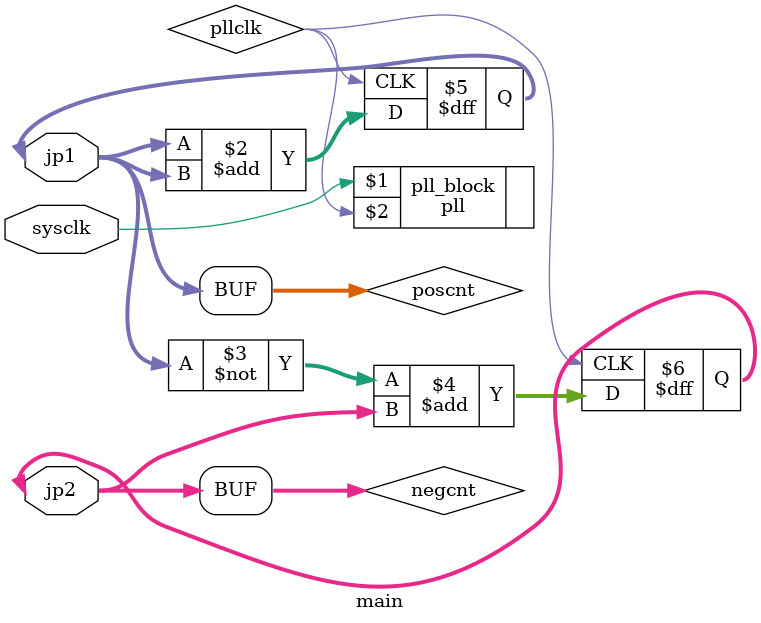
<source format=v>
/*
    <your_application_description>
    Copyright (C) <year>  <your_name>
    This library is free software; you can redistribute it and/or
    modify it under the terms of the GNU Lesser General Public
    License as published by the Free Software Foundation; either
    version 2 of the License, or (at your option) any later version.
    This library is distributed in the hope that it will be useful,
    but WITHOUT ANY WARRANTY; without even the implied warranty of
    MERCHANTABILITY or FITNESS FOR A PARTICULAR PURPOSE.  See the GNU
    Lesser General Public License for more details.
    You should have received a copy of the GNU Lesser General Public
    License along with this library; if not, write to the Free Software
    Foundation, Inc., 59 Temple Place, Suite 330, Boston, MA  02111-1307  USA
*/

`timescale 1 ns / 1 ps


module main (
	sysclk,
	jp1,
	jp2
);

parameter CLK_FREQUENCY = 10000000;
parameter TEST_PARAM = 1;

localparam TEST_LOCALPARAM = 1;

input wire sysclk;
inout wire[19:0] jp1;
inout wire[19:0] jp2;

reg[19:0] poscnt;
reg[19:0] negcnt;

wire pllclk;

assign jp1 = poscnt;
assign jp2 = negcnt;

pll pll_block(sysclk, pllclk);

always @(posedge pllclk) begin
	poscnt <= jp1+poscnt;
	negcnt <= ~jp1+negcnt;
end

endmodule

</source>
